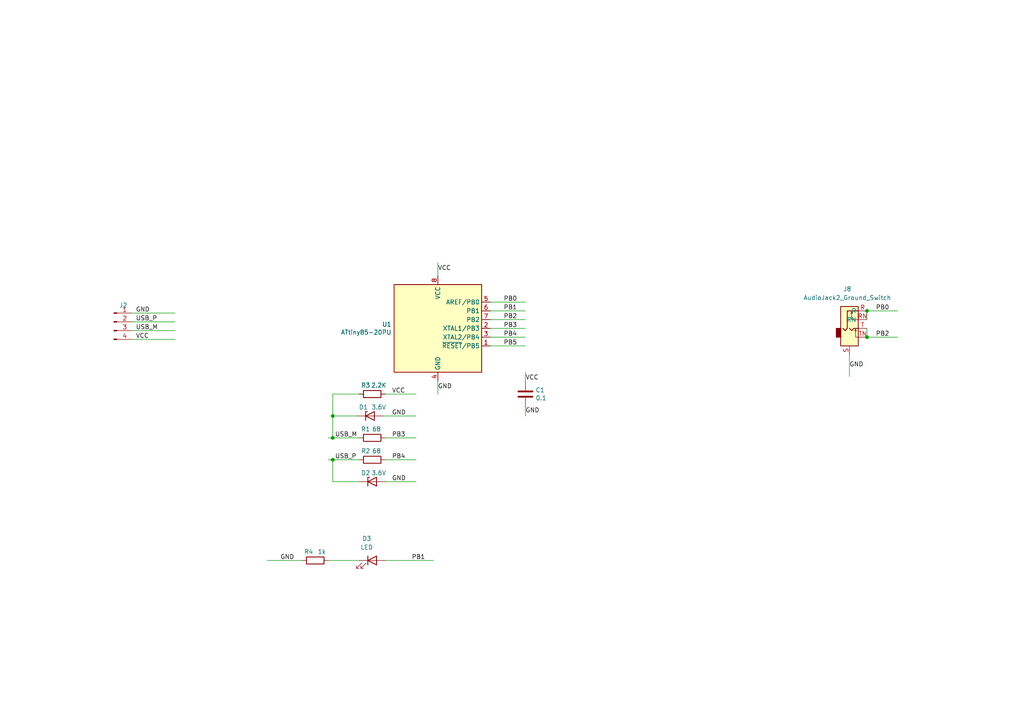
<source format=kicad_sch>
(kicad_sch (version 20211123) (generator eeschema)
  (paper "A4")
  (title_block (title "USB-to-PS2 adapter (Digispark-compatible)"))
  (lib_symbols
    (symbol "Connector:AudioJack2_Ground_Switch"
      (property "Reference" "J8" (at -0.635 11.43 0))
      (property "Value" "AudioJack2_Ground_Switch" (at -0.635 8.89 0))
      (symbol "AudioJack2_Ground_Switch_0_1"
        (rectangle (start -2.54 -2.54) (end -3.81 0) (stroke (width 0.254)) (fill (type outline)))
        (rectangle (start 2.54 6.35) (end -2.54 -5.08) (stroke (width 0.254)) (fill (type background)))
      )
      (symbol "AudioJack2_Ground_Switch_1_1"
        (polyline (pts (xy 0.635 4.826) (xy 0.889 4.318)))
        (polyline (pts (xy 1.778 -0.254) (xy 2.032 -0.762)))
        (polyline (pts (xy 0 0) (xy 0.635 -0.635) (xy 1.27 0) (xy 2.54 0)) (stroke (width 0.254)))
        (polyline (pts (xy 2.54 -2.54) (xy 1.778 -2.54) (xy 1.778 -0.254) (xy 1.524 -0.762)))
        (polyline (pts (xy 2.54 2.54) (xy 0.635 2.54) (xy 0.635 4.826) (xy 0.381 4.318)))
        (polyline (pts (xy 2.54 5.08) (xy -0.635 5.08) (xy -0.635 0) (xy -1.27 -0.635) (xy -1.905 0)) (stroke (width 0.254)))
        (pin passive line (at 5.08 5.08 180) (length 2.54) (name "R") (number "R"))
        (pin passive line (at 5.08 2.54 180) (length 2.54) (name "RN") (number "RN"))
        (pin passive line (at 0 -7.62 90) (length 2.54) (name "~") (number "S"))
        (pin passive line (at 5.08 0 180) (length 2.54) (name "~") (number "T"))
        (pin passive line (at 5.08 -2.54 180) (length 2.54) (name "~") (number "TN"))
      )
    )
    (symbol "Connector:Conn_01x04_Male" (pin_names (offset 1.016) hide)
      (property "Reference" "J" (at 0 5.08 0))
      (property "Value" "Conn_01x04_Male" (at 0 -7.62 0))
      (symbol "Conn_01x04_Male_1_1"
        (polyline (pts (xy 1.27 -5.08) (xy 0.8636 -5.08)) (stroke (width 0.1524)))
        (polyline (pts (xy 1.27 -2.54) (xy 0.8636 -2.54)) (stroke (width 0.1524)))
        (polyline (pts (xy 1.27 0) (xy 0.8636 0)) (stroke (width 0.1524)))
        (polyline (pts (xy 1.27 2.54) (xy 0.8636 2.54)) (stroke (width 0.1524)))
        (rectangle (start 0.8636 -4.953) (end 0 -5.207) (stroke (width 0.1524)) (fill (type outline)))
        (rectangle (start 0.8636 -2.413) (end 0 -2.667) (stroke (width 0.1524)) (fill (type outline)))
        (rectangle (start 0.8636 0.127) (end 0 -0.127) (stroke (width 0.1524)) (fill (type outline)))
        (rectangle (start 0.8636 2.667) (end 0 2.413) (stroke (width 0.1524)) (fill (type outline)))
        (pin passive line (at 5.08 2.54 180) (length 3.81) (name "Pin_1") (number "1"))
        (pin passive line (at 5.08 0 180) (length 3.81) (name "Pin_2") (number "2"))
        (pin passive line (at 5.08 -2.54 180) (length 3.81) (name "Pin_3") (number "3"))
        (pin passive line (at 5.08 -5.08 180) (length 3.81) (name "Pin_4") (number "4"))
      )
    )
    (symbol "Device:C" (pin_numbers hide) (pin_names (offset 0.254))
      (property "Reference" "C" (at 0.635 2.54 0))
      (property "Value" "C" (at 0.635 -2.54 0))
      (symbol "C_0_1"
        (polyline (pts (xy -2.032 -0.762) (xy 2.032 -0.762)) (stroke (width 0.508)))
        (polyline (pts (xy -2.032 0.762) (xy 2.032 0.762)) (stroke (width 0.508)))
      )
      (symbol "C_1_1"
        (pin passive line (at 0 3.81 270) (length 2.794) (name "~") (number "1"))
        (pin passive line (at 0 -3.81 90) (length 2.794) (name "~") (number "2"))
      )
    )
    (symbol "Device:D_Zener" (pin_numbers hide) (pin_names (offset 1.016) hide)
      (property "Reference" "D" (at 0 2.54 0))
      (property "Value" "D_Zener" (at 0 -2.54 0))
      (symbol "D_Zener_0_1"
        (polyline (pts (xy 1.27 0) (xy -1.27 0)))
        (polyline (pts (xy -1.27 -1.27) (xy -1.27 1.27) (xy -0.762 1.27)) (stroke (width 0.254)))
        (polyline (pts (xy 1.27 -1.27) (xy 1.27 1.27) (xy -1.27 0) (xy 1.27 -1.27)) (stroke (width 0.254)))
      )
      (symbol "D_Zener_1_1"
        (pin passive line (at -3.81 0 0) (length 2.54) (name "K") (number "1"))
        (pin passive line (at 3.81 0 180) (length 2.54) (name "A") (number "2"))
      )
    )
    (symbol "Device:LED" (pin_numbers hide) (pin_names (offset 1.016) hide)
      (property "Reference" "D" (at 0 2.54 0))
      (property "Value" "LED" (at 0 -2.54 0))
      (symbol "LED_0_1"
        (polyline (pts (xy -1.27 -1.27) (xy -1.27 1.27)) (stroke (width 0.254)))
        (polyline (pts (xy -1.27 0) (xy 1.27 0)))
        (polyline (pts (xy 1.27 -1.27) (xy 1.27 1.27) (xy -1.27 0) (xy 1.27 -1.27)) (stroke (width 0.254)))
        (polyline (pts (xy -3.048 -0.762) (xy -4.572 -2.286) (xy -3.81 -2.286) (xy -4.572 -2.286) (xy -4.572 -1.524)))
        (polyline (pts (xy -1.778 -0.762) (xy -3.302 -2.286) (xy -2.54 -2.286) (xy -3.302 -2.286) (xy -3.302 -1.524)))
      )
      (symbol "LED_1_1"
        (pin passive line (at -3.81 0 0) (length 2.54) (name "K") (number "1"))
        (pin passive line (at 3.81 0 180) (length 2.54) (name "A") (number "2"))
      )
    )
    (symbol "Device:R" (pin_numbers hide) (pin_names (offset 0))
      (property "Reference" "R" (at 2.032 0 90))
      (property "Value" "R" (at 0 0 90))
      (symbol "R_0_1"
        (rectangle (start -1.016 -2.54) (end 1.016 2.54) (stroke (width 0.254)))
      )
      (symbol "R_1_1"
        (pin passive line (at 0 3.81 270) (length 1.27) (name "~") (number "1"))
        (pin passive line (at 0 -3.81 90) (length 1.27) (name "~") (number "2"))
      )
    )
    (symbol "usb-ps2-rescue:ATtiny85-20PU-MCU_Microchip_ATtiny"
      (property "Reference" "U" (at -12.7 13.97 0))
      (property "Value" "ATtiny85-20PU-MCU_Microchip_ATtiny" (at 2.54 -13.97 0))
      (symbol "ATtiny85-20PU-MCU_Microchip_ATtiny_0_1"
        (rectangle (start -12.7 -12.7) (end 12.7 12.7) (stroke (width 0.254)) (fill (type background)))
      )
      (symbol "ATtiny85-20PU-MCU_Microchip_ATtiny_1_1"
        (pin bidirectional line (at 15.24 -5.08 180) (length 2.54) (name "~{RESET}/PB5") (number "1"))
        (pin bidirectional line (at 15.24 0 180) (length 2.54) (name "XTAL1/PB3") (number "2"))
        (pin bidirectional line (at 15.24 -2.54 180) (length 2.54) (name "XTAL2/PB4") (number "3"))
        (pin power_in line (at 0 -15.24 90) (length 2.54) (name "GND") (number "4"))
        (pin bidirectional line (at 15.24 7.62 180) (length 2.54) (name "AREF/PB0") (number "5"))
        (pin bidirectional line (at 15.24 5.08 180) (length 2.54) (name "PB1") (number "6"))
        (pin bidirectional line (at 15.24 2.54 180) (length 2.54) (name "PB2") (number "7"))
        (pin power_in line (at 0 15.24 270) (length 2.54) (name "VCC") (number "8"))
      )
    )
  )
  (junction (at 96.52 127))
  (junction (at 251.46 90.17))
  (junction (at 96.52 133.35))
  (junction (at 251.46 97.79))
  (junction (at 96.52 120.65))
  (wire (pts (xy 251.46 90.17) (xy 251.46 92.71)))
  (wire (pts (xy 96.52 139.7) (xy 96.52 133.35)))
  (wire (pts (xy 104.14 114.3) (xy 96.52 114.3)))
  (wire (pts (xy 104.14 139.7) (xy 96.52 139.7)))
  (wire (pts (xy 142.24 87.63) (xy 152.4 87.63)))
  (wire (pts (xy 142.24 95.25) (xy 152.4 95.25)))
  (wire (pts (xy 127 80.01) (xy 127 76.2)))
  (wire (pts (xy 111.76 114.3) (xy 120.65 114.3)))
  (wire (pts (xy 111.76 133.35) (xy 120.65 133.35)))
  (wire (pts (xy 38.1 98.425) (xy 50.8 98.425)))
  (wire (pts (xy 38.1 90.805) (xy 50.8 90.805)))
  (wire (pts (xy 142.24 97.79) (xy 152.4 97.79)))
  (wire (pts (xy 38.1 93.345) (xy 50.8 93.345)))
  (wire (pts (xy 142.24 100.33) (xy 152.4 100.33)))
  (wire (pts (xy 95.25 162.56) (xy 104.14 162.56)))
  (wire (pts (xy 251.46 95.25) (xy 251.46 97.79)))
  (wire (pts (xy 142.24 90.17) (xy 152.4 90.17)))
  (wire (pts (xy 142.24 92.71) (xy 152.4 92.71)))
  (wire (pts (xy 251.46 97.79) (xy 260.35 97.79)))
  (wire (pts (xy 96.52 114.3) (xy 96.52 120.65)))
  (wire (pts (xy 38.1 95.885) (xy 50.8 95.885)))
  (wire (pts (xy 104.14 133.35) (xy 96.52 133.35)))
  (wire (pts (xy 111.76 139.7) (xy 120.65 139.7)))
  (wire (pts (xy 111.125 120.65) (xy 120.65 120.65)))
  (wire (pts (xy 246.38 102.87) (xy 246.38 109.22)))
  (wire (pts (xy 127 110.49) (xy 127 114.3)))
  (wire (pts (xy 96.52 127) (xy 95.25 127)))
  (wire (pts (xy 103.505 120.65) (xy 96.52 120.65)))
  (wire (pts (xy 251.46 90.17) (xy 260.35 90.17)))
  (wire (pts (xy 77.47 162.56) (xy 87.63 162.56)))
  (wire (pts (xy 104.14 127) (xy 96.52 127)))
  (wire (pts (xy 111.76 127) (xy 120.65 127)))
  (wire (pts (xy 96.52 120.65) (xy 96.52 127)))
  (wire (pts (xy 152.4 110.49) (xy 152.4 107.95)))
  (wire (pts (xy 111.76 162.56) (xy 125.73 162.56)))
  (wire (pts (xy 152.4 118.11) (xy 152.4 120.65)))
  (wire (pts (xy 96.52 133.35) (xy 95.25 133.35)))
  (label "GND" (at 39.37 90.805 0))
  (label "PB2" (at 254 97.79 0))
  (label "PB4" (at 113.665 133.35 0))
  (label "GND" (at 113.665 120.65 0))
  (label "GND" (at 127 113.03 0))
  (label "VCC" (at 113.665 114.3 0))
  (label "PB3" (at 146.05 95.25 0))
  (label "PB5" (at 146.05 100.33 0))
  (label "PB0" (at 254 90.17 0))
  (label "USB_M" (at 39.37 95.885 0))
  (label "GND" (at 113.665 139.7 0))
  (label "USB_P" (at 97.155 133.35 0))
  (label "PB1" (at 119.38 162.56 0))
  (label "PB1" (at 146.05 90.17 0))
  (label "GND" (at 152.4 120.015 0))
  (label "PB2" (at 146.05 92.71 0))
  (label "GND" (at 81.28 162.56 0))
  (label "USB_P" (at 39.37 93.345 0))
  (label "VCC" (at 152.4 110.49 0))
  (label "VCC" (at 39.37 98.425 0))
  (label "PB0" (at 146.05 87.63 0))
  (label "VCC" (at 127 78.74 0))
  (label "PB3" (at 113.665 127 0))
  (label "GND" (at 246.38 106.68 0))
  (label "USB_M" (at 97.155 127 0))
  (label "PB4" (at 146.05 97.79 0))
  (symbol (lib_id "usb-ps2-rescue:ATtiny85-20PU-MCU_Microchip_ATtiny") (at 127 95.25 0) (unit 1)
    (property "Reference" "U1" (at 113.5634 94.0816 0) (effects (justify right)))
    (property "Value" "ATtiny85-20PU" (at 113.5634 96.393 0) (effects (justify right)))
    (property "Footprint" "Package_DIP:DIP-8_W7.62mm" (effects hide))
    (property "Datasheet" "http://ww1.microchip.com/downloads/en/DeviceDoc/atmel-2586-avr-8-bit-microcontroller-attiny25-attiny45-attiny85_datasheet.pdf" (effects hide))
  )
  (symbol (lib_id "Device:R") (at 107.95 127 270) (unit 1)
    (property "Reference" "R1" (at 106.045 124.46 90))
    (property "Value" "68" (at 109.22 124.46 90))
    (property "Footprint" "Resistor_THT:R_Axial_DIN0204_L3.6mm_D1.6mm_P7.62mm_Horizontal" (effects hide))
  )
  (symbol (lib_id "Device:R") (at 107.95 133.35 270) (unit 1)
    (property "Reference" "R2" (at 106.045 130.81 90))
    (property "Value" "68" (at 109.22 130.81 90))
    (property "Footprint" "Resistor_THT:R_Axial_DIN0204_L3.6mm_D1.6mm_P7.62mm_Horizontal" (effects hide))
  )
  (symbol (lib_id "Device:D_Zener") (at 107.315 120.65 0) (unit 1)
    (property "Reference" "D1" (at 105.41 118.11 0))
    (property "Value" "3.6V" (at 109.855 118.11 0))
    (property "Footprint" "Diode_THT:D_DO-34_SOD68_P7.62mm_Horizontal" (effects hide))
  )
  (symbol (lib_id "Device:D_Zener") (at 107.95 139.7 0) (unit 1)
    (property "Reference" "D2" (at 106.045 137.16 0))
    (property "Value" "3.6V" (at 109.855 137.16 0))
    (property "Footprint" "Diode_THT:D_DO-34_SOD68_P7.62mm_Horizontal" (effects hide))
  )
  (symbol (lib_id "Device:R") (at 107.95 114.3 270) (unit 1)
    (property "Reference" "R3" (at 106.045 111.76 90))
    (property "Value" "2.2K" (at 109.855 111.76 90))
    (property "Footprint" "Resistor_SMD:R_0805_2012Metric_Pad1.20x1.40mm_HandSolder" (effects hide))
  )
  (symbol (lib_id "Connector:Conn_01x04_Male") (at 33.02 93.345 0) (unit 1)
    (property "Reference" "J2" (at 35.7632 88.5444 0))
    (property "Value" "Conn_01x04_Male" (effects hide))
    (property "Footprint" "Connector_PinHeader_2.54mm:PinHeader_1x04_P2.54mm_Vertical" (effects hide))
  )
  (symbol (lib_id "Device:C") (at 152.4 114.3 0) (unit 1)
    (property "Reference" "C1" (at 155.321 113.1316 0) (effects (justify left)))
    (property "Value" "0.1" (at 155.321 115.443 0) (effects (justify left)))
    (property "Footprint" "Capacitor_SMD:C_0805_2012Metric_Pad1.18x1.45mm_HandSolder" (effects hide))
  )
  (symbol (lib_id "Connector:AudioJack2_Ground_Switch") (at 246.38 95.25 0) (unit 1)
    (property "Reference" "J8" (at 245.745 83.82 0))
    (property "Value" "AudioJack2_Ground_Switch" (at 245.745 86.36 0))
    (property "Footprint" "Connector_Audio:Jack_3.5mm_Ledino_KB3SPRS_Horizontal" (effects hide))
  )
  (symbol (lib_id "Device:R") (at 91.44 162.56 270) (unit 1)
    (property "Reference" "R4" (at 89.535 160.02 90))
    (property "Value" "1k" (at 93.345 160.02 90))
    (property "Footprint" "Resistor_SMD:R_0805_2012Metric_Pad1.20x1.40mm_HandSolder" (effects hide))
  )
  (symbol (lib_id "Device:LED") (at 107.95 162.56 0) (unit 1)
    (property "Reference" "D3" (at 106.3625 156.21 0))
    (property "Value" "LED" (at 106.3625 158.75 0))
    (property "Footprint" "LED_THT:LED_D3.0mm" (effects hide))
  )
)
</source>
